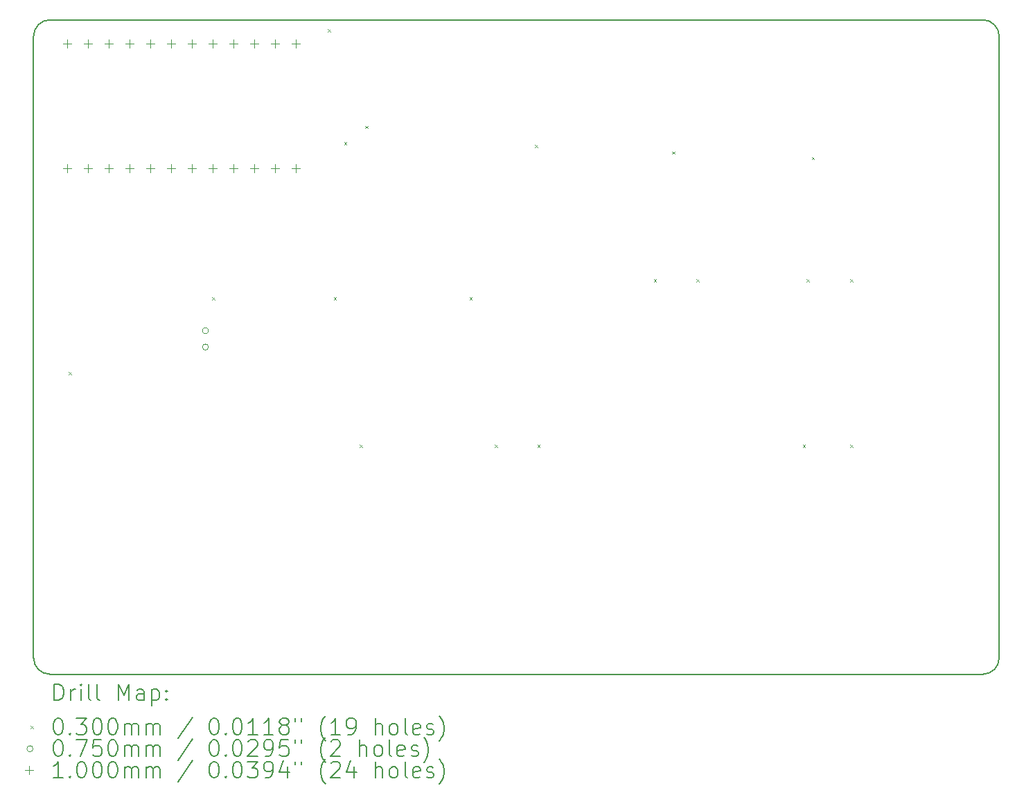
<source format=gbr>
%TF.GenerationSoftware,KiCad,Pcbnew,8.0.6+1*%
%TF.CreationDate,2024-11-11T16:02:32+00:00*%
%TF.ProjectId,not_about_money_autorouted,6e6f745f-6162-46f7-9574-5f6d6f6e6579,v1.0.0*%
%TF.SameCoordinates,Original*%
%TF.FileFunction,Drillmap*%
%TF.FilePolarity,Positive*%
%FSLAX45Y45*%
G04 Gerber Fmt 4.5, Leading zero omitted, Abs format (unit mm)*
G04 Created by KiCad (PCBNEW 8.0.6+1) date 2024-11-11 16:02:32*
%MOMM*%
%LPD*%
G01*
G04 APERTURE LIST*
%ADD10C,0.150000*%
%ADD11C,0.200000*%
%ADD12C,0.100000*%
G04 APERTURE END LIST*
D10*
X20450000Y-11150000D02*
X9050000Y-11150000D01*
X9050000Y-3150000D02*
X20450000Y-3150000D01*
X20650000Y-3350000D02*
X20650000Y-10950000D01*
X20650000Y-10950000D02*
G75*
G02*
X20450000Y-11150000I-200000J0D01*
G01*
X9050000Y-11150000D02*
G75*
G02*
X8850000Y-10950000I0J200000D01*
G01*
X20450000Y-3150000D02*
G75*
G02*
X20650000Y-3350000I0J-200000D01*
G01*
X8850000Y-10950000D02*
X8850000Y-3350000D01*
X8850000Y-3350000D02*
G75*
G02*
X9050000Y-3150000I200000J0D01*
G01*
D11*
D12*
X9278320Y-7455490D02*
X9308320Y-7485490D01*
X9308320Y-7455490D02*
X9278320Y-7485490D01*
X11030000Y-6540880D02*
X11060000Y-6570880D01*
X11060000Y-6540880D02*
X11030000Y-6570880D01*
X12444720Y-3265500D02*
X12474720Y-3295500D01*
X12474720Y-3265500D02*
X12444720Y-3295500D01*
X12518750Y-6540880D02*
X12548750Y-6570880D01*
X12548750Y-6540880D02*
X12518750Y-6570880D01*
X12644290Y-4647170D02*
X12674290Y-4677170D01*
X12674290Y-4647170D02*
X12644290Y-4677170D01*
X12836150Y-8345020D02*
X12866150Y-8375020D01*
X12866150Y-8345020D02*
X12836150Y-8375020D01*
X12902780Y-4446680D02*
X12932780Y-4476680D01*
X12932780Y-4446680D02*
X12902780Y-4476680D01*
X14179120Y-6540880D02*
X14209120Y-6570880D01*
X14209120Y-6540880D02*
X14179120Y-6570880D01*
X14485420Y-8345020D02*
X14515420Y-8375020D01*
X14515420Y-8345020D02*
X14485420Y-8375020D01*
X14976500Y-4679380D02*
X15006500Y-4709380D01*
X15006500Y-4679380D02*
X14976500Y-4709380D01*
X15008500Y-8345020D02*
X15038500Y-8375020D01*
X15038500Y-8345020D02*
X15008500Y-8375020D01*
X16430360Y-6322320D02*
X16460360Y-6352320D01*
X16460360Y-6322320D02*
X16430360Y-6352320D01*
X16655750Y-4758640D02*
X16685750Y-4788640D01*
X16685750Y-4758640D02*
X16655750Y-4788640D01*
X16948110Y-6322320D02*
X16978110Y-6352320D01*
X16978110Y-6322320D02*
X16948110Y-6352320D01*
X18248670Y-8345020D02*
X18278670Y-8375020D01*
X18278670Y-8345020D02*
X18248670Y-8375020D01*
X18295000Y-6321030D02*
X18325000Y-6351030D01*
X18325000Y-6321030D02*
X18295000Y-6351030D01*
X18358490Y-4828900D02*
X18388490Y-4858900D01*
X18388490Y-4828900D02*
X18358490Y-4858900D01*
X18829250Y-6321030D02*
X18859250Y-6351030D01*
X18859250Y-6321030D02*
X18829250Y-6351030D01*
X18829250Y-8345020D02*
X18859250Y-8375020D01*
X18859250Y-8345020D02*
X18829250Y-8375020D01*
X10987500Y-6950000D02*
G75*
G02*
X10912500Y-6950000I-37500J0D01*
G01*
X10912500Y-6950000D02*
G75*
G02*
X10987500Y-6950000I37500J0D01*
G01*
X10987500Y-7150000D02*
G75*
G02*
X10912500Y-7150000I-37500J0D01*
G01*
X10912500Y-7150000D02*
G75*
G02*
X10987500Y-7150000I37500J0D01*
G01*
X9260000Y-3388000D02*
X9260000Y-3488000D01*
X9210000Y-3438000D02*
X9310000Y-3438000D01*
X9260000Y-4912000D02*
X9260000Y-5012000D01*
X9210000Y-4962000D02*
X9310000Y-4962000D01*
X9514000Y-3388000D02*
X9514000Y-3488000D01*
X9464000Y-3438000D02*
X9564000Y-3438000D01*
X9514000Y-4912000D02*
X9514000Y-5012000D01*
X9464000Y-4962000D02*
X9564000Y-4962000D01*
X9768000Y-3388000D02*
X9768000Y-3488000D01*
X9718000Y-3438000D02*
X9818000Y-3438000D01*
X9768000Y-4912000D02*
X9768000Y-5012000D01*
X9718000Y-4962000D02*
X9818000Y-4962000D01*
X10022000Y-3388000D02*
X10022000Y-3488000D01*
X9972000Y-3438000D02*
X10072000Y-3438000D01*
X10022000Y-4912000D02*
X10022000Y-5012000D01*
X9972000Y-4962000D02*
X10072000Y-4962000D01*
X10276000Y-3388000D02*
X10276000Y-3488000D01*
X10226000Y-3438000D02*
X10326000Y-3438000D01*
X10276000Y-4912000D02*
X10276000Y-5012000D01*
X10226000Y-4962000D02*
X10326000Y-4962000D01*
X10530000Y-3388000D02*
X10530000Y-3488000D01*
X10480000Y-3438000D02*
X10580000Y-3438000D01*
X10530000Y-4912000D02*
X10530000Y-5012000D01*
X10480000Y-4962000D02*
X10580000Y-4962000D01*
X10784000Y-3388000D02*
X10784000Y-3488000D01*
X10734000Y-3438000D02*
X10834000Y-3438000D01*
X10784000Y-4912000D02*
X10784000Y-5012000D01*
X10734000Y-4962000D02*
X10834000Y-4962000D01*
X11038000Y-3388000D02*
X11038000Y-3488000D01*
X10988000Y-3438000D02*
X11088000Y-3438000D01*
X11038000Y-4912000D02*
X11038000Y-5012000D01*
X10988000Y-4962000D02*
X11088000Y-4962000D01*
X11292000Y-3388000D02*
X11292000Y-3488000D01*
X11242000Y-3438000D02*
X11342000Y-3438000D01*
X11292000Y-4912000D02*
X11292000Y-5012000D01*
X11242000Y-4962000D02*
X11342000Y-4962000D01*
X11546000Y-3388000D02*
X11546000Y-3488000D01*
X11496000Y-3438000D02*
X11596000Y-3438000D01*
X11546000Y-4912000D02*
X11546000Y-5012000D01*
X11496000Y-4962000D02*
X11596000Y-4962000D01*
X11800000Y-3388000D02*
X11800000Y-3488000D01*
X11750000Y-3438000D02*
X11850000Y-3438000D01*
X11800000Y-4912000D02*
X11800000Y-5012000D01*
X11750000Y-4962000D02*
X11850000Y-4962000D01*
X12054000Y-3388000D02*
X12054000Y-3488000D01*
X12004000Y-3438000D02*
X12104000Y-3438000D01*
X12054000Y-4912000D02*
X12054000Y-5012000D01*
X12004000Y-4962000D02*
X12104000Y-4962000D01*
D11*
X9103277Y-11468984D02*
X9103277Y-11268984D01*
X9103277Y-11268984D02*
X9150896Y-11268984D01*
X9150896Y-11268984D02*
X9179467Y-11278508D01*
X9179467Y-11278508D02*
X9198515Y-11297555D01*
X9198515Y-11297555D02*
X9208039Y-11316603D01*
X9208039Y-11316603D02*
X9217563Y-11354698D01*
X9217563Y-11354698D02*
X9217563Y-11383269D01*
X9217563Y-11383269D02*
X9208039Y-11421365D01*
X9208039Y-11421365D02*
X9198515Y-11440412D01*
X9198515Y-11440412D02*
X9179467Y-11459460D01*
X9179467Y-11459460D02*
X9150896Y-11468984D01*
X9150896Y-11468984D02*
X9103277Y-11468984D01*
X9303277Y-11468984D02*
X9303277Y-11335650D01*
X9303277Y-11373746D02*
X9312801Y-11354698D01*
X9312801Y-11354698D02*
X9322324Y-11345174D01*
X9322324Y-11345174D02*
X9341372Y-11335650D01*
X9341372Y-11335650D02*
X9360420Y-11335650D01*
X9427086Y-11468984D02*
X9427086Y-11335650D01*
X9427086Y-11268984D02*
X9417563Y-11278508D01*
X9417563Y-11278508D02*
X9427086Y-11288031D01*
X9427086Y-11288031D02*
X9436610Y-11278508D01*
X9436610Y-11278508D02*
X9427086Y-11268984D01*
X9427086Y-11268984D02*
X9427086Y-11288031D01*
X9550896Y-11468984D02*
X9531848Y-11459460D01*
X9531848Y-11459460D02*
X9522324Y-11440412D01*
X9522324Y-11440412D02*
X9522324Y-11268984D01*
X9655658Y-11468984D02*
X9636610Y-11459460D01*
X9636610Y-11459460D02*
X9627086Y-11440412D01*
X9627086Y-11440412D02*
X9627086Y-11268984D01*
X9884229Y-11468984D02*
X9884229Y-11268984D01*
X9884229Y-11268984D02*
X9950896Y-11411841D01*
X9950896Y-11411841D02*
X10017563Y-11268984D01*
X10017563Y-11268984D02*
X10017563Y-11468984D01*
X10198515Y-11468984D02*
X10198515Y-11364222D01*
X10198515Y-11364222D02*
X10188991Y-11345174D01*
X10188991Y-11345174D02*
X10169944Y-11335650D01*
X10169944Y-11335650D02*
X10131848Y-11335650D01*
X10131848Y-11335650D02*
X10112801Y-11345174D01*
X10198515Y-11459460D02*
X10179467Y-11468984D01*
X10179467Y-11468984D02*
X10131848Y-11468984D01*
X10131848Y-11468984D02*
X10112801Y-11459460D01*
X10112801Y-11459460D02*
X10103277Y-11440412D01*
X10103277Y-11440412D02*
X10103277Y-11421365D01*
X10103277Y-11421365D02*
X10112801Y-11402317D01*
X10112801Y-11402317D02*
X10131848Y-11392793D01*
X10131848Y-11392793D02*
X10179467Y-11392793D01*
X10179467Y-11392793D02*
X10198515Y-11383269D01*
X10293753Y-11335650D02*
X10293753Y-11535650D01*
X10293753Y-11345174D02*
X10312801Y-11335650D01*
X10312801Y-11335650D02*
X10350896Y-11335650D01*
X10350896Y-11335650D02*
X10369944Y-11345174D01*
X10369944Y-11345174D02*
X10379467Y-11354698D01*
X10379467Y-11354698D02*
X10388991Y-11373746D01*
X10388991Y-11373746D02*
X10388991Y-11430888D01*
X10388991Y-11430888D02*
X10379467Y-11449936D01*
X10379467Y-11449936D02*
X10369944Y-11459460D01*
X10369944Y-11459460D02*
X10350896Y-11468984D01*
X10350896Y-11468984D02*
X10312801Y-11468984D01*
X10312801Y-11468984D02*
X10293753Y-11459460D01*
X10474705Y-11449936D02*
X10484229Y-11459460D01*
X10484229Y-11459460D02*
X10474705Y-11468984D01*
X10474705Y-11468984D02*
X10465182Y-11459460D01*
X10465182Y-11459460D02*
X10474705Y-11449936D01*
X10474705Y-11449936D02*
X10474705Y-11468984D01*
X10474705Y-11345174D02*
X10484229Y-11354698D01*
X10484229Y-11354698D02*
X10474705Y-11364222D01*
X10474705Y-11364222D02*
X10465182Y-11354698D01*
X10465182Y-11354698D02*
X10474705Y-11345174D01*
X10474705Y-11345174D02*
X10474705Y-11364222D01*
D12*
X8812500Y-11782500D02*
X8842500Y-11812500D01*
X8842500Y-11782500D02*
X8812500Y-11812500D01*
D11*
X9141372Y-11688984D02*
X9160420Y-11688984D01*
X9160420Y-11688984D02*
X9179467Y-11698508D01*
X9179467Y-11698508D02*
X9188991Y-11708031D01*
X9188991Y-11708031D02*
X9198515Y-11727079D01*
X9198515Y-11727079D02*
X9208039Y-11765174D01*
X9208039Y-11765174D02*
X9208039Y-11812793D01*
X9208039Y-11812793D02*
X9198515Y-11850888D01*
X9198515Y-11850888D02*
X9188991Y-11869936D01*
X9188991Y-11869936D02*
X9179467Y-11879460D01*
X9179467Y-11879460D02*
X9160420Y-11888984D01*
X9160420Y-11888984D02*
X9141372Y-11888984D01*
X9141372Y-11888984D02*
X9122324Y-11879460D01*
X9122324Y-11879460D02*
X9112801Y-11869936D01*
X9112801Y-11869936D02*
X9103277Y-11850888D01*
X9103277Y-11850888D02*
X9093753Y-11812793D01*
X9093753Y-11812793D02*
X9093753Y-11765174D01*
X9093753Y-11765174D02*
X9103277Y-11727079D01*
X9103277Y-11727079D02*
X9112801Y-11708031D01*
X9112801Y-11708031D02*
X9122324Y-11698508D01*
X9122324Y-11698508D02*
X9141372Y-11688984D01*
X9293753Y-11869936D02*
X9303277Y-11879460D01*
X9303277Y-11879460D02*
X9293753Y-11888984D01*
X9293753Y-11888984D02*
X9284229Y-11879460D01*
X9284229Y-11879460D02*
X9293753Y-11869936D01*
X9293753Y-11869936D02*
X9293753Y-11888984D01*
X9369944Y-11688984D02*
X9493753Y-11688984D01*
X9493753Y-11688984D02*
X9427086Y-11765174D01*
X9427086Y-11765174D02*
X9455658Y-11765174D01*
X9455658Y-11765174D02*
X9474705Y-11774698D01*
X9474705Y-11774698D02*
X9484229Y-11784222D01*
X9484229Y-11784222D02*
X9493753Y-11803269D01*
X9493753Y-11803269D02*
X9493753Y-11850888D01*
X9493753Y-11850888D02*
X9484229Y-11869936D01*
X9484229Y-11869936D02*
X9474705Y-11879460D01*
X9474705Y-11879460D02*
X9455658Y-11888984D01*
X9455658Y-11888984D02*
X9398515Y-11888984D01*
X9398515Y-11888984D02*
X9379467Y-11879460D01*
X9379467Y-11879460D02*
X9369944Y-11869936D01*
X9617563Y-11688984D02*
X9636610Y-11688984D01*
X9636610Y-11688984D02*
X9655658Y-11698508D01*
X9655658Y-11698508D02*
X9665182Y-11708031D01*
X9665182Y-11708031D02*
X9674705Y-11727079D01*
X9674705Y-11727079D02*
X9684229Y-11765174D01*
X9684229Y-11765174D02*
X9684229Y-11812793D01*
X9684229Y-11812793D02*
X9674705Y-11850888D01*
X9674705Y-11850888D02*
X9665182Y-11869936D01*
X9665182Y-11869936D02*
X9655658Y-11879460D01*
X9655658Y-11879460D02*
X9636610Y-11888984D01*
X9636610Y-11888984D02*
X9617563Y-11888984D01*
X9617563Y-11888984D02*
X9598515Y-11879460D01*
X9598515Y-11879460D02*
X9588991Y-11869936D01*
X9588991Y-11869936D02*
X9579467Y-11850888D01*
X9579467Y-11850888D02*
X9569944Y-11812793D01*
X9569944Y-11812793D02*
X9569944Y-11765174D01*
X9569944Y-11765174D02*
X9579467Y-11727079D01*
X9579467Y-11727079D02*
X9588991Y-11708031D01*
X9588991Y-11708031D02*
X9598515Y-11698508D01*
X9598515Y-11698508D02*
X9617563Y-11688984D01*
X9808039Y-11688984D02*
X9827086Y-11688984D01*
X9827086Y-11688984D02*
X9846134Y-11698508D01*
X9846134Y-11698508D02*
X9855658Y-11708031D01*
X9855658Y-11708031D02*
X9865182Y-11727079D01*
X9865182Y-11727079D02*
X9874705Y-11765174D01*
X9874705Y-11765174D02*
X9874705Y-11812793D01*
X9874705Y-11812793D02*
X9865182Y-11850888D01*
X9865182Y-11850888D02*
X9855658Y-11869936D01*
X9855658Y-11869936D02*
X9846134Y-11879460D01*
X9846134Y-11879460D02*
X9827086Y-11888984D01*
X9827086Y-11888984D02*
X9808039Y-11888984D01*
X9808039Y-11888984D02*
X9788991Y-11879460D01*
X9788991Y-11879460D02*
X9779467Y-11869936D01*
X9779467Y-11869936D02*
X9769944Y-11850888D01*
X9769944Y-11850888D02*
X9760420Y-11812793D01*
X9760420Y-11812793D02*
X9760420Y-11765174D01*
X9760420Y-11765174D02*
X9769944Y-11727079D01*
X9769944Y-11727079D02*
X9779467Y-11708031D01*
X9779467Y-11708031D02*
X9788991Y-11698508D01*
X9788991Y-11698508D02*
X9808039Y-11688984D01*
X9960420Y-11888984D02*
X9960420Y-11755650D01*
X9960420Y-11774698D02*
X9969944Y-11765174D01*
X9969944Y-11765174D02*
X9988991Y-11755650D01*
X9988991Y-11755650D02*
X10017563Y-11755650D01*
X10017563Y-11755650D02*
X10036610Y-11765174D01*
X10036610Y-11765174D02*
X10046134Y-11784222D01*
X10046134Y-11784222D02*
X10046134Y-11888984D01*
X10046134Y-11784222D02*
X10055658Y-11765174D01*
X10055658Y-11765174D02*
X10074705Y-11755650D01*
X10074705Y-11755650D02*
X10103277Y-11755650D01*
X10103277Y-11755650D02*
X10122325Y-11765174D01*
X10122325Y-11765174D02*
X10131848Y-11784222D01*
X10131848Y-11784222D02*
X10131848Y-11888984D01*
X10227086Y-11888984D02*
X10227086Y-11755650D01*
X10227086Y-11774698D02*
X10236610Y-11765174D01*
X10236610Y-11765174D02*
X10255658Y-11755650D01*
X10255658Y-11755650D02*
X10284229Y-11755650D01*
X10284229Y-11755650D02*
X10303277Y-11765174D01*
X10303277Y-11765174D02*
X10312801Y-11784222D01*
X10312801Y-11784222D02*
X10312801Y-11888984D01*
X10312801Y-11784222D02*
X10322325Y-11765174D01*
X10322325Y-11765174D02*
X10341372Y-11755650D01*
X10341372Y-11755650D02*
X10369944Y-11755650D01*
X10369944Y-11755650D02*
X10388991Y-11765174D01*
X10388991Y-11765174D02*
X10398515Y-11784222D01*
X10398515Y-11784222D02*
X10398515Y-11888984D01*
X10788991Y-11679460D02*
X10617563Y-11936603D01*
X11046134Y-11688984D02*
X11065182Y-11688984D01*
X11065182Y-11688984D02*
X11084229Y-11698508D01*
X11084229Y-11698508D02*
X11093753Y-11708031D01*
X11093753Y-11708031D02*
X11103277Y-11727079D01*
X11103277Y-11727079D02*
X11112801Y-11765174D01*
X11112801Y-11765174D02*
X11112801Y-11812793D01*
X11112801Y-11812793D02*
X11103277Y-11850888D01*
X11103277Y-11850888D02*
X11093753Y-11869936D01*
X11093753Y-11869936D02*
X11084229Y-11879460D01*
X11084229Y-11879460D02*
X11065182Y-11888984D01*
X11065182Y-11888984D02*
X11046134Y-11888984D01*
X11046134Y-11888984D02*
X11027087Y-11879460D01*
X11027087Y-11879460D02*
X11017563Y-11869936D01*
X11017563Y-11869936D02*
X11008039Y-11850888D01*
X11008039Y-11850888D02*
X10998515Y-11812793D01*
X10998515Y-11812793D02*
X10998515Y-11765174D01*
X10998515Y-11765174D02*
X11008039Y-11727079D01*
X11008039Y-11727079D02*
X11017563Y-11708031D01*
X11017563Y-11708031D02*
X11027087Y-11698508D01*
X11027087Y-11698508D02*
X11046134Y-11688984D01*
X11198515Y-11869936D02*
X11208039Y-11879460D01*
X11208039Y-11879460D02*
X11198515Y-11888984D01*
X11198515Y-11888984D02*
X11188991Y-11879460D01*
X11188991Y-11879460D02*
X11198515Y-11869936D01*
X11198515Y-11869936D02*
X11198515Y-11888984D01*
X11331848Y-11688984D02*
X11350896Y-11688984D01*
X11350896Y-11688984D02*
X11369944Y-11698508D01*
X11369944Y-11698508D02*
X11379467Y-11708031D01*
X11379467Y-11708031D02*
X11388991Y-11727079D01*
X11388991Y-11727079D02*
X11398515Y-11765174D01*
X11398515Y-11765174D02*
X11398515Y-11812793D01*
X11398515Y-11812793D02*
X11388991Y-11850888D01*
X11388991Y-11850888D02*
X11379467Y-11869936D01*
X11379467Y-11869936D02*
X11369944Y-11879460D01*
X11369944Y-11879460D02*
X11350896Y-11888984D01*
X11350896Y-11888984D02*
X11331848Y-11888984D01*
X11331848Y-11888984D02*
X11312801Y-11879460D01*
X11312801Y-11879460D02*
X11303277Y-11869936D01*
X11303277Y-11869936D02*
X11293753Y-11850888D01*
X11293753Y-11850888D02*
X11284229Y-11812793D01*
X11284229Y-11812793D02*
X11284229Y-11765174D01*
X11284229Y-11765174D02*
X11293753Y-11727079D01*
X11293753Y-11727079D02*
X11303277Y-11708031D01*
X11303277Y-11708031D02*
X11312801Y-11698508D01*
X11312801Y-11698508D02*
X11331848Y-11688984D01*
X11588991Y-11888984D02*
X11474706Y-11888984D01*
X11531848Y-11888984D02*
X11531848Y-11688984D01*
X11531848Y-11688984D02*
X11512801Y-11717555D01*
X11512801Y-11717555D02*
X11493753Y-11736603D01*
X11493753Y-11736603D02*
X11474706Y-11746127D01*
X11779467Y-11888984D02*
X11665182Y-11888984D01*
X11722325Y-11888984D02*
X11722325Y-11688984D01*
X11722325Y-11688984D02*
X11703277Y-11717555D01*
X11703277Y-11717555D02*
X11684229Y-11736603D01*
X11684229Y-11736603D02*
X11665182Y-11746127D01*
X11893753Y-11774698D02*
X11874706Y-11765174D01*
X11874706Y-11765174D02*
X11865182Y-11755650D01*
X11865182Y-11755650D02*
X11855658Y-11736603D01*
X11855658Y-11736603D02*
X11855658Y-11727079D01*
X11855658Y-11727079D02*
X11865182Y-11708031D01*
X11865182Y-11708031D02*
X11874706Y-11698508D01*
X11874706Y-11698508D02*
X11893753Y-11688984D01*
X11893753Y-11688984D02*
X11931848Y-11688984D01*
X11931848Y-11688984D02*
X11950896Y-11698508D01*
X11950896Y-11698508D02*
X11960420Y-11708031D01*
X11960420Y-11708031D02*
X11969944Y-11727079D01*
X11969944Y-11727079D02*
X11969944Y-11736603D01*
X11969944Y-11736603D02*
X11960420Y-11755650D01*
X11960420Y-11755650D02*
X11950896Y-11765174D01*
X11950896Y-11765174D02*
X11931848Y-11774698D01*
X11931848Y-11774698D02*
X11893753Y-11774698D01*
X11893753Y-11774698D02*
X11874706Y-11784222D01*
X11874706Y-11784222D02*
X11865182Y-11793746D01*
X11865182Y-11793746D02*
X11855658Y-11812793D01*
X11855658Y-11812793D02*
X11855658Y-11850888D01*
X11855658Y-11850888D02*
X11865182Y-11869936D01*
X11865182Y-11869936D02*
X11874706Y-11879460D01*
X11874706Y-11879460D02*
X11893753Y-11888984D01*
X11893753Y-11888984D02*
X11931848Y-11888984D01*
X11931848Y-11888984D02*
X11950896Y-11879460D01*
X11950896Y-11879460D02*
X11960420Y-11869936D01*
X11960420Y-11869936D02*
X11969944Y-11850888D01*
X11969944Y-11850888D02*
X11969944Y-11812793D01*
X11969944Y-11812793D02*
X11960420Y-11793746D01*
X11960420Y-11793746D02*
X11950896Y-11784222D01*
X11950896Y-11784222D02*
X11931848Y-11774698D01*
X12046134Y-11688984D02*
X12046134Y-11727079D01*
X12122325Y-11688984D02*
X12122325Y-11727079D01*
X12417563Y-11965174D02*
X12408039Y-11955650D01*
X12408039Y-11955650D02*
X12388991Y-11927079D01*
X12388991Y-11927079D02*
X12379468Y-11908031D01*
X12379468Y-11908031D02*
X12369944Y-11879460D01*
X12369944Y-11879460D02*
X12360420Y-11831841D01*
X12360420Y-11831841D02*
X12360420Y-11793746D01*
X12360420Y-11793746D02*
X12369944Y-11746127D01*
X12369944Y-11746127D02*
X12379468Y-11717555D01*
X12379468Y-11717555D02*
X12388991Y-11698508D01*
X12388991Y-11698508D02*
X12408039Y-11669936D01*
X12408039Y-11669936D02*
X12417563Y-11660412D01*
X12598515Y-11888984D02*
X12484229Y-11888984D01*
X12541372Y-11888984D02*
X12541372Y-11688984D01*
X12541372Y-11688984D02*
X12522325Y-11717555D01*
X12522325Y-11717555D02*
X12503277Y-11736603D01*
X12503277Y-11736603D02*
X12484229Y-11746127D01*
X12693753Y-11888984D02*
X12731848Y-11888984D01*
X12731848Y-11888984D02*
X12750896Y-11879460D01*
X12750896Y-11879460D02*
X12760420Y-11869936D01*
X12760420Y-11869936D02*
X12779468Y-11841365D01*
X12779468Y-11841365D02*
X12788991Y-11803269D01*
X12788991Y-11803269D02*
X12788991Y-11727079D01*
X12788991Y-11727079D02*
X12779468Y-11708031D01*
X12779468Y-11708031D02*
X12769944Y-11698508D01*
X12769944Y-11698508D02*
X12750896Y-11688984D01*
X12750896Y-11688984D02*
X12712801Y-11688984D01*
X12712801Y-11688984D02*
X12693753Y-11698508D01*
X12693753Y-11698508D02*
X12684229Y-11708031D01*
X12684229Y-11708031D02*
X12674706Y-11727079D01*
X12674706Y-11727079D02*
X12674706Y-11774698D01*
X12674706Y-11774698D02*
X12684229Y-11793746D01*
X12684229Y-11793746D02*
X12693753Y-11803269D01*
X12693753Y-11803269D02*
X12712801Y-11812793D01*
X12712801Y-11812793D02*
X12750896Y-11812793D01*
X12750896Y-11812793D02*
X12769944Y-11803269D01*
X12769944Y-11803269D02*
X12779468Y-11793746D01*
X12779468Y-11793746D02*
X12788991Y-11774698D01*
X13027087Y-11888984D02*
X13027087Y-11688984D01*
X13112801Y-11888984D02*
X13112801Y-11784222D01*
X13112801Y-11784222D02*
X13103277Y-11765174D01*
X13103277Y-11765174D02*
X13084230Y-11755650D01*
X13084230Y-11755650D02*
X13055658Y-11755650D01*
X13055658Y-11755650D02*
X13036610Y-11765174D01*
X13036610Y-11765174D02*
X13027087Y-11774698D01*
X13236610Y-11888984D02*
X13217563Y-11879460D01*
X13217563Y-11879460D02*
X13208039Y-11869936D01*
X13208039Y-11869936D02*
X13198515Y-11850888D01*
X13198515Y-11850888D02*
X13198515Y-11793746D01*
X13198515Y-11793746D02*
X13208039Y-11774698D01*
X13208039Y-11774698D02*
X13217563Y-11765174D01*
X13217563Y-11765174D02*
X13236610Y-11755650D01*
X13236610Y-11755650D02*
X13265182Y-11755650D01*
X13265182Y-11755650D02*
X13284230Y-11765174D01*
X13284230Y-11765174D02*
X13293753Y-11774698D01*
X13293753Y-11774698D02*
X13303277Y-11793746D01*
X13303277Y-11793746D02*
X13303277Y-11850888D01*
X13303277Y-11850888D02*
X13293753Y-11869936D01*
X13293753Y-11869936D02*
X13284230Y-11879460D01*
X13284230Y-11879460D02*
X13265182Y-11888984D01*
X13265182Y-11888984D02*
X13236610Y-11888984D01*
X13417563Y-11888984D02*
X13398515Y-11879460D01*
X13398515Y-11879460D02*
X13388991Y-11860412D01*
X13388991Y-11860412D02*
X13388991Y-11688984D01*
X13569944Y-11879460D02*
X13550896Y-11888984D01*
X13550896Y-11888984D02*
X13512801Y-11888984D01*
X13512801Y-11888984D02*
X13493753Y-11879460D01*
X13493753Y-11879460D02*
X13484230Y-11860412D01*
X13484230Y-11860412D02*
X13484230Y-11784222D01*
X13484230Y-11784222D02*
X13493753Y-11765174D01*
X13493753Y-11765174D02*
X13512801Y-11755650D01*
X13512801Y-11755650D02*
X13550896Y-11755650D01*
X13550896Y-11755650D02*
X13569944Y-11765174D01*
X13569944Y-11765174D02*
X13579468Y-11784222D01*
X13579468Y-11784222D02*
X13579468Y-11803269D01*
X13579468Y-11803269D02*
X13484230Y-11822317D01*
X13655658Y-11879460D02*
X13674706Y-11888984D01*
X13674706Y-11888984D02*
X13712801Y-11888984D01*
X13712801Y-11888984D02*
X13731849Y-11879460D01*
X13731849Y-11879460D02*
X13741372Y-11860412D01*
X13741372Y-11860412D02*
X13741372Y-11850888D01*
X13741372Y-11850888D02*
X13731849Y-11831841D01*
X13731849Y-11831841D02*
X13712801Y-11822317D01*
X13712801Y-11822317D02*
X13684230Y-11822317D01*
X13684230Y-11822317D02*
X13665182Y-11812793D01*
X13665182Y-11812793D02*
X13655658Y-11793746D01*
X13655658Y-11793746D02*
X13655658Y-11784222D01*
X13655658Y-11784222D02*
X13665182Y-11765174D01*
X13665182Y-11765174D02*
X13684230Y-11755650D01*
X13684230Y-11755650D02*
X13712801Y-11755650D01*
X13712801Y-11755650D02*
X13731849Y-11765174D01*
X13808039Y-11965174D02*
X13817563Y-11955650D01*
X13817563Y-11955650D02*
X13836611Y-11927079D01*
X13836611Y-11927079D02*
X13846134Y-11908031D01*
X13846134Y-11908031D02*
X13855658Y-11879460D01*
X13855658Y-11879460D02*
X13865182Y-11831841D01*
X13865182Y-11831841D02*
X13865182Y-11793746D01*
X13865182Y-11793746D02*
X13855658Y-11746127D01*
X13855658Y-11746127D02*
X13846134Y-11717555D01*
X13846134Y-11717555D02*
X13836611Y-11698508D01*
X13836611Y-11698508D02*
X13817563Y-11669936D01*
X13817563Y-11669936D02*
X13808039Y-11660412D01*
D12*
X8842500Y-12061500D02*
G75*
G02*
X8767500Y-12061500I-37500J0D01*
G01*
X8767500Y-12061500D02*
G75*
G02*
X8842500Y-12061500I37500J0D01*
G01*
D11*
X9141372Y-11952984D02*
X9160420Y-11952984D01*
X9160420Y-11952984D02*
X9179467Y-11962508D01*
X9179467Y-11962508D02*
X9188991Y-11972031D01*
X9188991Y-11972031D02*
X9198515Y-11991079D01*
X9198515Y-11991079D02*
X9208039Y-12029174D01*
X9208039Y-12029174D02*
X9208039Y-12076793D01*
X9208039Y-12076793D02*
X9198515Y-12114888D01*
X9198515Y-12114888D02*
X9188991Y-12133936D01*
X9188991Y-12133936D02*
X9179467Y-12143460D01*
X9179467Y-12143460D02*
X9160420Y-12152984D01*
X9160420Y-12152984D02*
X9141372Y-12152984D01*
X9141372Y-12152984D02*
X9122324Y-12143460D01*
X9122324Y-12143460D02*
X9112801Y-12133936D01*
X9112801Y-12133936D02*
X9103277Y-12114888D01*
X9103277Y-12114888D02*
X9093753Y-12076793D01*
X9093753Y-12076793D02*
X9093753Y-12029174D01*
X9093753Y-12029174D02*
X9103277Y-11991079D01*
X9103277Y-11991079D02*
X9112801Y-11972031D01*
X9112801Y-11972031D02*
X9122324Y-11962508D01*
X9122324Y-11962508D02*
X9141372Y-11952984D01*
X9293753Y-12133936D02*
X9303277Y-12143460D01*
X9303277Y-12143460D02*
X9293753Y-12152984D01*
X9293753Y-12152984D02*
X9284229Y-12143460D01*
X9284229Y-12143460D02*
X9293753Y-12133936D01*
X9293753Y-12133936D02*
X9293753Y-12152984D01*
X9369944Y-11952984D02*
X9503277Y-11952984D01*
X9503277Y-11952984D02*
X9417563Y-12152984D01*
X9674705Y-11952984D02*
X9579467Y-11952984D01*
X9579467Y-11952984D02*
X9569944Y-12048222D01*
X9569944Y-12048222D02*
X9579467Y-12038698D01*
X9579467Y-12038698D02*
X9598515Y-12029174D01*
X9598515Y-12029174D02*
X9646134Y-12029174D01*
X9646134Y-12029174D02*
X9665182Y-12038698D01*
X9665182Y-12038698D02*
X9674705Y-12048222D01*
X9674705Y-12048222D02*
X9684229Y-12067269D01*
X9684229Y-12067269D02*
X9684229Y-12114888D01*
X9684229Y-12114888D02*
X9674705Y-12133936D01*
X9674705Y-12133936D02*
X9665182Y-12143460D01*
X9665182Y-12143460D02*
X9646134Y-12152984D01*
X9646134Y-12152984D02*
X9598515Y-12152984D01*
X9598515Y-12152984D02*
X9579467Y-12143460D01*
X9579467Y-12143460D02*
X9569944Y-12133936D01*
X9808039Y-11952984D02*
X9827086Y-11952984D01*
X9827086Y-11952984D02*
X9846134Y-11962508D01*
X9846134Y-11962508D02*
X9855658Y-11972031D01*
X9855658Y-11972031D02*
X9865182Y-11991079D01*
X9865182Y-11991079D02*
X9874705Y-12029174D01*
X9874705Y-12029174D02*
X9874705Y-12076793D01*
X9874705Y-12076793D02*
X9865182Y-12114888D01*
X9865182Y-12114888D02*
X9855658Y-12133936D01*
X9855658Y-12133936D02*
X9846134Y-12143460D01*
X9846134Y-12143460D02*
X9827086Y-12152984D01*
X9827086Y-12152984D02*
X9808039Y-12152984D01*
X9808039Y-12152984D02*
X9788991Y-12143460D01*
X9788991Y-12143460D02*
X9779467Y-12133936D01*
X9779467Y-12133936D02*
X9769944Y-12114888D01*
X9769944Y-12114888D02*
X9760420Y-12076793D01*
X9760420Y-12076793D02*
X9760420Y-12029174D01*
X9760420Y-12029174D02*
X9769944Y-11991079D01*
X9769944Y-11991079D02*
X9779467Y-11972031D01*
X9779467Y-11972031D02*
X9788991Y-11962508D01*
X9788991Y-11962508D02*
X9808039Y-11952984D01*
X9960420Y-12152984D02*
X9960420Y-12019650D01*
X9960420Y-12038698D02*
X9969944Y-12029174D01*
X9969944Y-12029174D02*
X9988991Y-12019650D01*
X9988991Y-12019650D02*
X10017563Y-12019650D01*
X10017563Y-12019650D02*
X10036610Y-12029174D01*
X10036610Y-12029174D02*
X10046134Y-12048222D01*
X10046134Y-12048222D02*
X10046134Y-12152984D01*
X10046134Y-12048222D02*
X10055658Y-12029174D01*
X10055658Y-12029174D02*
X10074705Y-12019650D01*
X10074705Y-12019650D02*
X10103277Y-12019650D01*
X10103277Y-12019650D02*
X10122325Y-12029174D01*
X10122325Y-12029174D02*
X10131848Y-12048222D01*
X10131848Y-12048222D02*
X10131848Y-12152984D01*
X10227086Y-12152984D02*
X10227086Y-12019650D01*
X10227086Y-12038698D02*
X10236610Y-12029174D01*
X10236610Y-12029174D02*
X10255658Y-12019650D01*
X10255658Y-12019650D02*
X10284229Y-12019650D01*
X10284229Y-12019650D02*
X10303277Y-12029174D01*
X10303277Y-12029174D02*
X10312801Y-12048222D01*
X10312801Y-12048222D02*
X10312801Y-12152984D01*
X10312801Y-12048222D02*
X10322325Y-12029174D01*
X10322325Y-12029174D02*
X10341372Y-12019650D01*
X10341372Y-12019650D02*
X10369944Y-12019650D01*
X10369944Y-12019650D02*
X10388991Y-12029174D01*
X10388991Y-12029174D02*
X10398515Y-12048222D01*
X10398515Y-12048222D02*
X10398515Y-12152984D01*
X10788991Y-11943460D02*
X10617563Y-12200603D01*
X11046134Y-11952984D02*
X11065182Y-11952984D01*
X11065182Y-11952984D02*
X11084229Y-11962508D01*
X11084229Y-11962508D02*
X11093753Y-11972031D01*
X11093753Y-11972031D02*
X11103277Y-11991079D01*
X11103277Y-11991079D02*
X11112801Y-12029174D01*
X11112801Y-12029174D02*
X11112801Y-12076793D01*
X11112801Y-12076793D02*
X11103277Y-12114888D01*
X11103277Y-12114888D02*
X11093753Y-12133936D01*
X11093753Y-12133936D02*
X11084229Y-12143460D01*
X11084229Y-12143460D02*
X11065182Y-12152984D01*
X11065182Y-12152984D02*
X11046134Y-12152984D01*
X11046134Y-12152984D02*
X11027087Y-12143460D01*
X11027087Y-12143460D02*
X11017563Y-12133936D01*
X11017563Y-12133936D02*
X11008039Y-12114888D01*
X11008039Y-12114888D02*
X10998515Y-12076793D01*
X10998515Y-12076793D02*
X10998515Y-12029174D01*
X10998515Y-12029174D02*
X11008039Y-11991079D01*
X11008039Y-11991079D02*
X11017563Y-11972031D01*
X11017563Y-11972031D02*
X11027087Y-11962508D01*
X11027087Y-11962508D02*
X11046134Y-11952984D01*
X11198515Y-12133936D02*
X11208039Y-12143460D01*
X11208039Y-12143460D02*
X11198515Y-12152984D01*
X11198515Y-12152984D02*
X11188991Y-12143460D01*
X11188991Y-12143460D02*
X11198515Y-12133936D01*
X11198515Y-12133936D02*
X11198515Y-12152984D01*
X11331848Y-11952984D02*
X11350896Y-11952984D01*
X11350896Y-11952984D02*
X11369944Y-11962508D01*
X11369944Y-11962508D02*
X11379467Y-11972031D01*
X11379467Y-11972031D02*
X11388991Y-11991079D01*
X11388991Y-11991079D02*
X11398515Y-12029174D01*
X11398515Y-12029174D02*
X11398515Y-12076793D01*
X11398515Y-12076793D02*
X11388991Y-12114888D01*
X11388991Y-12114888D02*
X11379467Y-12133936D01*
X11379467Y-12133936D02*
X11369944Y-12143460D01*
X11369944Y-12143460D02*
X11350896Y-12152984D01*
X11350896Y-12152984D02*
X11331848Y-12152984D01*
X11331848Y-12152984D02*
X11312801Y-12143460D01*
X11312801Y-12143460D02*
X11303277Y-12133936D01*
X11303277Y-12133936D02*
X11293753Y-12114888D01*
X11293753Y-12114888D02*
X11284229Y-12076793D01*
X11284229Y-12076793D02*
X11284229Y-12029174D01*
X11284229Y-12029174D02*
X11293753Y-11991079D01*
X11293753Y-11991079D02*
X11303277Y-11972031D01*
X11303277Y-11972031D02*
X11312801Y-11962508D01*
X11312801Y-11962508D02*
X11331848Y-11952984D01*
X11474706Y-11972031D02*
X11484229Y-11962508D01*
X11484229Y-11962508D02*
X11503277Y-11952984D01*
X11503277Y-11952984D02*
X11550896Y-11952984D01*
X11550896Y-11952984D02*
X11569944Y-11962508D01*
X11569944Y-11962508D02*
X11579467Y-11972031D01*
X11579467Y-11972031D02*
X11588991Y-11991079D01*
X11588991Y-11991079D02*
X11588991Y-12010127D01*
X11588991Y-12010127D02*
X11579467Y-12038698D01*
X11579467Y-12038698D02*
X11465182Y-12152984D01*
X11465182Y-12152984D02*
X11588991Y-12152984D01*
X11684229Y-12152984D02*
X11722325Y-12152984D01*
X11722325Y-12152984D02*
X11741372Y-12143460D01*
X11741372Y-12143460D02*
X11750896Y-12133936D01*
X11750896Y-12133936D02*
X11769944Y-12105365D01*
X11769944Y-12105365D02*
X11779467Y-12067269D01*
X11779467Y-12067269D02*
X11779467Y-11991079D01*
X11779467Y-11991079D02*
X11769944Y-11972031D01*
X11769944Y-11972031D02*
X11760420Y-11962508D01*
X11760420Y-11962508D02*
X11741372Y-11952984D01*
X11741372Y-11952984D02*
X11703277Y-11952984D01*
X11703277Y-11952984D02*
X11684229Y-11962508D01*
X11684229Y-11962508D02*
X11674706Y-11972031D01*
X11674706Y-11972031D02*
X11665182Y-11991079D01*
X11665182Y-11991079D02*
X11665182Y-12038698D01*
X11665182Y-12038698D02*
X11674706Y-12057746D01*
X11674706Y-12057746D02*
X11684229Y-12067269D01*
X11684229Y-12067269D02*
X11703277Y-12076793D01*
X11703277Y-12076793D02*
X11741372Y-12076793D01*
X11741372Y-12076793D02*
X11760420Y-12067269D01*
X11760420Y-12067269D02*
X11769944Y-12057746D01*
X11769944Y-12057746D02*
X11779467Y-12038698D01*
X11960420Y-11952984D02*
X11865182Y-11952984D01*
X11865182Y-11952984D02*
X11855658Y-12048222D01*
X11855658Y-12048222D02*
X11865182Y-12038698D01*
X11865182Y-12038698D02*
X11884229Y-12029174D01*
X11884229Y-12029174D02*
X11931848Y-12029174D01*
X11931848Y-12029174D02*
X11950896Y-12038698D01*
X11950896Y-12038698D02*
X11960420Y-12048222D01*
X11960420Y-12048222D02*
X11969944Y-12067269D01*
X11969944Y-12067269D02*
X11969944Y-12114888D01*
X11969944Y-12114888D02*
X11960420Y-12133936D01*
X11960420Y-12133936D02*
X11950896Y-12143460D01*
X11950896Y-12143460D02*
X11931848Y-12152984D01*
X11931848Y-12152984D02*
X11884229Y-12152984D01*
X11884229Y-12152984D02*
X11865182Y-12143460D01*
X11865182Y-12143460D02*
X11855658Y-12133936D01*
X12046134Y-11952984D02*
X12046134Y-11991079D01*
X12122325Y-11952984D02*
X12122325Y-11991079D01*
X12417563Y-12229174D02*
X12408039Y-12219650D01*
X12408039Y-12219650D02*
X12388991Y-12191079D01*
X12388991Y-12191079D02*
X12379468Y-12172031D01*
X12379468Y-12172031D02*
X12369944Y-12143460D01*
X12369944Y-12143460D02*
X12360420Y-12095841D01*
X12360420Y-12095841D02*
X12360420Y-12057746D01*
X12360420Y-12057746D02*
X12369944Y-12010127D01*
X12369944Y-12010127D02*
X12379468Y-11981555D01*
X12379468Y-11981555D02*
X12388991Y-11962508D01*
X12388991Y-11962508D02*
X12408039Y-11933936D01*
X12408039Y-11933936D02*
X12417563Y-11924412D01*
X12484229Y-11972031D02*
X12493753Y-11962508D01*
X12493753Y-11962508D02*
X12512801Y-11952984D01*
X12512801Y-11952984D02*
X12560420Y-11952984D01*
X12560420Y-11952984D02*
X12579468Y-11962508D01*
X12579468Y-11962508D02*
X12588991Y-11972031D01*
X12588991Y-11972031D02*
X12598515Y-11991079D01*
X12598515Y-11991079D02*
X12598515Y-12010127D01*
X12598515Y-12010127D02*
X12588991Y-12038698D01*
X12588991Y-12038698D02*
X12474706Y-12152984D01*
X12474706Y-12152984D02*
X12598515Y-12152984D01*
X12836610Y-12152984D02*
X12836610Y-11952984D01*
X12922325Y-12152984D02*
X12922325Y-12048222D01*
X12922325Y-12048222D02*
X12912801Y-12029174D01*
X12912801Y-12029174D02*
X12893753Y-12019650D01*
X12893753Y-12019650D02*
X12865182Y-12019650D01*
X12865182Y-12019650D02*
X12846134Y-12029174D01*
X12846134Y-12029174D02*
X12836610Y-12038698D01*
X13046134Y-12152984D02*
X13027087Y-12143460D01*
X13027087Y-12143460D02*
X13017563Y-12133936D01*
X13017563Y-12133936D02*
X13008039Y-12114888D01*
X13008039Y-12114888D02*
X13008039Y-12057746D01*
X13008039Y-12057746D02*
X13017563Y-12038698D01*
X13017563Y-12038698D02*
X13027087Y-12029174D01*
X13027087Y-12029174D02*
X13046134Y-12019650D01*
X13046134Y-12019650D02*
X13074706Y-12019650D01*
X13074706Y-12019650D02*
X13093753Y-12029174D01*
X13093753Y-12029174D02*
X13103277Y-12038698D01*
X13103277Y-12038698D02*
X13112801Y-12057746D01*
X13112801Y-12057746D02*
X13112801Y-12114888D01*
X13112801Y-12114888D02*
X13103277Y-12133936D01*
X13103277Y-12133936D02*
X13093753Y-12143460D01*
X13093753Y-12143460D02*
X13074706Y-12152984D01*
X13074706Y-12152984D02*
X13046134Y-12152984D01*
X13227087Y-12152984D02*
X13208039Y-12143460D01*
X13208039Y-12143460D02*
X13198515Y-12124412D01*
X13198515Y-12124412D02*
X13198515Y-11952984D01*
X13379468Y-12143460D02*
X13360420Y-12152984D01*
X13360420Y-12152984D02*
X13322325Y-12152984D01*
X13322325Y-12152984D02*
X13303277Y-12143460D01*
X13303277Y-12143460D02*
X13293753Y-12124412D01*
X13293753Y-12124412D02*
X13293753Y-12048222D01*
X13293753Y-12048222D02*
X13303277Y-12029174D01*
X13303277Y-12029174D02*
X13322325Y-12019650D01*
X13322325Y-12019650D02*
X13360420Y-12019650D01*
X13360420Y-12019650D02*
X13379468Y-12029174D01*
X13379468Y-12029174D02*
X13388991Y-12048222D01*
X13388991Y-12048222D02*
X13388991Y-12067269D01*
X13388991Y-12067269D02*
X13293753Y-12086317D01*
X13465182Y-12143460D02*
X13484230Y-12152984D01*
X13484230Y-12152984D02*
X13522325Y-12152984D01*
X13522325Y-12152984D02*
X13541372Y-12143460D01*
X13541372Y-12143460D02*
X13550896Y-12124412D01*
X13550896Y-12124412D02*
X13550896Y-12114888D01*
X13550896Y-12114888D02*
X13541372Y-12095841D01*
X13541372Y-12095841D02*
X13522325Y-12086317D01*
X13522325Y-12086317D02*
X13493753Y-12086317D01*
X13493753Y-12086317D02*
X13474706Y-12076793D01*
X13474706Y-12076793D02*
X13465182Y-12057746D01*
X13465182Y-12057746D02*
X13465182Y-12048222D01*
X13465182Y-12048222D02*
X13474706Y-12029174D01*
X13474706Y-12029174D02*
X13493753Y-12019650D01*
X13493753Y-12019650D02*
X13522325Y-12019650D01*
X13522325Y-12019650D02*
X13541372Y-12029174D01*
X13617563Y-12229174D02*
X13627087Y-12219650D01*
X13627087Y-12219650D02*
X13646134Y-12191079D01*
X13646134Y-12191079D02*
X13655658Y-12172031D01*
X13655658Y-12172031D02*
X13665182Y-12143460D01*
X13665182Y-12143460D02*
X13674706Y-12095841D01*
X13674706Y-12095841D02*
X13674706Y-12057746D01*
X13674706Y-12057746D02*
X13665182Y-12010127D01*
X13665182Y-12010127D02*
X13655658Y-11981555D01*
X13655658Y-11981555D02*
X13646134Y-11962508D01*
X13646134Y-11962508D02*
X13627087Y-11933936D01*
X13627087Y-11933936D02*
X13617563Y-11924412D01*
D12*
X8792500Y-12275500D02*
X8792500Y-12375500D01*
X8742500Y-12325500D02*
X8842500Y-12325500D01*
D11*
X9208039Y-12416984D02*
X9093753Y-12416984D01*
X9150896Y-12416984D02*
X9150896Y-12216984D01*
X9150896Y-12216984D02*
X9131848Y-12245555D01*
X9131848Y-12245555D02*
X9112801Y-12264603D01*
X9112801Y-12264603D02*
X9093753Y-12274127D01*
X9293753Y-12397936D02*
X9303277Y-12407460D01*
X9303277Y-12407460D02*
X9293753Y-12416984D01*
X9293753Y-12416984D02*
X9284229Y-12407460D01*
X9284229Y-12407460D02*
X9293753Y-12397936D01*
X9293753Y-12397936D02*
X9293753Y-12416984D01*
X9427086Y-12216984D02*
X9446134Y-12216984D01*
X9446134Y-12216984D02*
X9465182Y-12226508D01*
X9465182Y-12226508D02*
X9474705Y-12236031D01*
X9474705Y-12236031D02*
X9484229Y-12255079D01*
X9484229Y-12255079D02*
X9493753Y-12293174D01*
X9493753Y-12293174D02*
X9493753Y-12340793D01*
X9493753Y-12340793D02*
X9484229Y-12378888D01*
X9484229Y-12378888D02*
X9474705Y-12397936D01*
X9474705Y-12397936D02*
X9465182Y-12407460D01*
X9465182Y-12407460D02*
X9446134Y-12416984D01*
X9446134Y-12416984D02*
X9427086Y-12416984D01*
X9427086Y-12416984D02*
X9408039Y-12407460D01*
X9408039Y-12407460D02*
X9398515Y-12397936D01*
X9398515Y-12397936D02*
X9388991Y-12378888D01*
X9388991Y-12378888D02*
X9379467Y-12340793D01*
X9379467Y-12340793D02*
X9379467Y-12293174D01*
X9379467Y-12293174D02*
X9388991Y-12255079D01*
X9388991Y-12255079D02*
X9398515Y-12236031D01*
X9398515Y-12236031D02*
X9408039Y-12226508D01*
X9408039Y-12226508D02*
X9427086Y-12216984D01*
X9617563Y-12216984D02*
X9636610Y-12216984D01*
X9636610Y-12216984D02*
X9655658Y-12226508D01*
X9655658Y-12226508D02*
X9665182Y-12236031D01*
X9665182Y-12236031D02*
X9674705Y-12255079D01*
X9674705Y-12255079D02*
X9684229Y-12293174D01*
X9684229Y-12293174D02*
X9684229Y-12340793D01*
X9684229Y-12340793D02*
X9674705Y-12378888D01*
X9674705Y-12378888D02*
X9665182Y-12397936D01*
X9665182Y-12397936D02*
X9655658Y-12407460D01*
X9655658Y-12407460D02*
X9636610Y-12416984D01*
X9636610Y-12416984D02*
X9617563Y-12416984D01*
X9617563Y-12416984D02*
X9598515Y-12407460D01*
X9598515Y-12407460D02*
X9588991Y-12397936D01*
X9588991Y-12397936D02*
X9579467Y-12378888D01*
X9579467Y-12378888D02*
X9569944Y-12340793D01*
X9569944Y-12340793D02*
X9569944Y-12293174D01*
X9569944Y-12293174D02*
X9579467Y-12255079D01*
X9579467Y-12255079D02*
X9588991Y-12236031D01*
X9588991Y-12236031D02*
X9598515Y-12226508D01*
X9598515Y-12226508D02*
X9617563Y-12216984D01*
X9808039Y-12216984D02*
X9827086Y-12216984D01*
X9827086Y-12216984D02*
X9846134Y-12226508D01*
X9846134Y-12226508D02*
X9855658Y-12236031D01*
X9855658Y-12236031D02*
X9865182Y-12255079D01*
X9865182Y-12255079D02*
X9874705Y-12293174D01*
X9874705Y-12293174D02*
X9874705Y-12340793D01*
X9874705Y-12340793D02*
X9865182Y-12378888D01*
X9865182Y-12378888D02*
X9855658Y-12397936D01*
X9855658Y-12397936D02*
X9846134Y-12407460D01*
X9846134Y-12407460D02*
X9827086Y-12416984D01*
X9827086Y-12416984D02*
X9808039Y-12416984D01*
X9808039Y-12416984D02*
X9788991Y-12407460D01*
X9788991Y-12407460D02*
X9779467Y-12397936D01*
X9779467Y-12397936D02*
X9769944Y-12378888D01*
X9769944Y-12378888D02*
X9760420Y-12340793D01*
X9760420Y-12340793D02*
X9760420Y-12293174D01*
X9760420Y-12293174D02*
X9769944Y-12255079D01*
X9769944Y-12255079D02*
X9779467Y-12236031D01*
X9779467Y-12236031D02*
X9788991Y-12226508D01*
X9788991Y-12226508D02*
X9808039Y-12216984D01*
X9960420Y-12416984D02*
X9960420Y-12283650D01*
X9960420Y-12302698D02*
X9969944Y-12293174D01*
X9969944Y-12293174D02*
X9988991Y-12283650D01*
X9988991Y-12283650D02*
X10017563Y-12283650D01*
X10017563Y-12283650D02*
X10036610Y-12293174D01*
X10036610Y-12293174D02*
X10046134Y-12312222D01*
X10046134Y-12312222D02*
X10046134Y-12416984D01*
X10046134Y-12312222D02*
X10055658Y-12293174D01*
X10055658Y-12293174D02*
X10074705Y-12283650D01*
X10074705Y-12283650D02*
X10103277Y-12283650D01*
X10103277Y-12283650D02*
X10122325Y-12293174D01*
X10122325Y-12293174D02*
X10131848Y-12312222D01*
X10131848Y-12312222D02*
X10131848Y-12416984D01*
X10227086Y-12416984D02*
X10227086Y-12283650D01*
X10227086Y-12302698D02*
X10236610Y-12293174D01*
X10236610Y-12293174D02*
X10255658Y-12283650D01*
X10255658Y-12283650D02*
X10284229Y-12283650D01*
X10284229Y-12283650D02*
X10303277Y-12293174D01*
X10303277Y-12293174D02*
X10312801Y-12312222D01*
X10312801Y-12312222D02*
X10312801Y-12416984D01*
X10312801Y-12312222D02*
X10322325Y-12293174D01*
X10322325Y-12293174D02*
X10341372Y-12283650D01*
X10341372Y-12283650D02*
X10369944Y-12283650D01*
X10369944Y-12283650D02*
X10388991Y-12293174D01*
X10388991Y-12293174D02*
X10398515Y-12312222D01*
X10398515Y-12312222D02*
X10398515Y-12416984D01*
X10788991Y-12207460D02*
X10617563Y-12464603D01*
X11046134Y-12216984D02*
X11065182Y-12216984D01*
X11065182Y-12216984D02*
X11084229Y-12226508D01*
X11084229Y-12226508D02*
X11093753Y-12236031D01*
X11093753Y-12236031D02*
X11103277Y-12255079D01*
X11103277Y-12255079D02*
X11112801Y-12293174D01*
X11112801Y-12293174D02*
X11112801Y-12340793D01*
X11112801Y-12340793D02*
X11103277Y-12378888D01*
X11103277Y-12378888D02*
X11093753Y-12397936D01*
X11093753Y-12397936D02*
X11084229Y-12407460D01*
X11084229Y-12407460D02*
X11065182Y-12416984D01*
X11065182Y-12416984D02*
X11046134Y-12416984D01*
X11046134Y-12416984D02*
X11027087Y-12407460D01*
X11027087Y-12407460D02*
X11017563Y-12397936D01*
X11017563Y-12397936D02*
X11008039Y-12378888D01*
X11008039Y-12378888D02*
X10998515Y-12340793D01*
X10998515Y-12340793D02*
X10998515Y-12293174D01*
X10998515Y-12293174D02*
X11008039Y-12255079D01*
X11008039Y-12255079D02*
X11017563Y-12236031D01*
X11017563Y-12236031D02*
X11027087Y-12226508D01*
X11027087Y-12226508D02*
X11046134Y-12216984D01*
X11198515Y-12397936D02*
X11208039Y-12407460D01*
X11208039Y-12407460D02*
X11198515Y-12416984D01*
X11198515Y-12416984D02*
X11188991Y-12407460D01*
X11188991Y-12407460D02*
X11198515Y-12397936D01*
X11198515Y-12397936D02*
X11198515Y-12416984D01*
X11331848Y-12216984D02*
X11350896Y-12216984D01*
X11350896Y-12216984D02*
X11369944Y-12226508D01*
X11369944Y-12226508D02*
X11379467Y-12236031D01*
X11379467Y-12236031D02*
X11388991Y-12255079D01*
X11388991Y-12255079D02*
X11398515Y-12293174D01*
X11398515Y-12293174D02*
X11398515Y-12340793D01*
X11398515Y-12340793D02*
X11388991Y-12378888D01*
X11388991Y-12378888D02*
X11379467Y-12397936D01*
X11379467Y-12397936D02*
X11369944Y-12407460D01*
X11369944Y-12407460D02*
X11350896Y-12416984D01*
X11350896Y-12416984D02*
X11331848Y-12416984D01*
X11331848Y-12416984D02*
X11312801Y-12407460D01*
X11312801Y-12407460D02*
X11303277Y-12397936D01*
X11303277Y-12397936D02*
X11293753Y-12378888D01*
X11293753Y-12378888D02*
X11284229Y-12340793D01*
X11284229Y-12340793D02*
X11284229Y-12293174D01*
X11284229Y-12293174D02*
X11293753Y-12255079D01*
X11293753Y-12255079D02*
X11303277Y-12236031D01*
X11303277Y-12236031D02*
X11312801Y-12226508D01*
X11312801Y-12226508D02*
X11331848Y-12216984D01*
X11465182Y-12216984D02*
X11588991Y-12216984D01*
X11588991Y-12216984D02*
X11522325Y-12293174D01*
X11522325Y-12293174D02*
X11550896Y-12293174D01*
X11550896Y-12293174D02*
X11569944Y-12302698D01*
X11569944Y-12302698D02*
X11579467Y-12312222D01*
X11579467Y-12312222D02*
X11588991Y-12331269D01*
X11588991Y-12331269D02*
X11588991Y-12378888D01*
X11588991Y-12378888D02*
X11579467Y-12397936D01*
X11579467Y-12397936D02*
X11569944Y-12407460D01*
X11569944Y-12407460D02*
X11550896Y-12416984D01*
X11550896Y-12416984D02*
X11493753Y-12416984D01*
X11493753Y-12416984D02*
X11474706Y-12407460D01*
X11474706Y-12407460D02*
X11465182Y-12397936D01*
X11684229Y-12416984D02*
X11722325Y-12416984D01*
X11722325Y-12416984D02*
X11741372Y-12407460D01*
X11741372Y-12407460D02*
X11750896Y-12397936D01*
X11750896Y-12397936D02*
X11769944Y-12369365D01*
X11769944Y-12369365D02*
X11779467Y-12331269D01*
X11779467Y-12331269D02*
X11779467Y-12255079D01*
X11779467Y-12255079D02*
X11769944Y-12236031D01*
X11769944Y-12236031D02*
X11760420Y-12226508D01*
X11760420Y-12226508D02*
X11741372Y-12216984D01*
X11741372Y-12216984D02*
X11703277Y-12216984D01*
X11703277Y-12216984D02*
X11684229Y-12226508D01*
X11684229Y-12226508D02*
X11674706Y-12236031D01*
X11674706Y-12236031D02*
X11665182Y-12255079D01*
X11665182Y-12255079D02*
X11665182Y-12302698D01*
X11665182Y-12302698D02*
X11674706Y-12321746D01*
X11674706Y-12321746D02*
X11684229Y-12331269D01*
X11684229Y-12331269D02*
X11703277Y-12340793D01*
X11703277Y-12340793D02*
X11741372Y-12340793D01*
X11741372Y-12340793D02*
X11760420Y-12331269D01*
X11760420Y-12331269D02*
X11769944Y-12321746D01*
X11769944Y-12321746D02*
X11779467Y-12302698D01*
X11950896Y-12283650D02*
X11950896Y-12416984D01*
X11903277Y-12207460D02*
X11855658Y-12350317D01*
X11855658Y-12350317D02*
X11979467Y-12350317D01*
X12046134Y-12216984D02*
X12046134Y-12255079D01*
X12122325Y-12216984D02*
X12122325Y-12255079D01*
X12417563Y-12493174D02*
X12408039Y-12483650D01*
X12408039Y-12483650D02*
X12388991Y-12455079D01*
X12388991Y-12455079D02*
X12379468Y-12436031D01*
X12379468Y-12436031D02*
X12369944Y-12407460D01*
X12369944Y-12407460D02*
X12360420Y-12359841D01*
X12360420Y-12359841D02*
X12360420Y-12321746D01*
X12360420Y-12321746D02*
X12369944Y-12274127D01*
X12369944Y-12274127D02*
X12379468Y-12245555D01*
X12379468Y-12245555D02*
X12388991Y-12226508D01*
X12388991Y-12226508D02*
X12408039Y-12197936D01*
X12408039Y-12197936D02*
X12417563Y-12188412D01*
X12484229Y-12236031D02*
X12493753Y-12226508D01*
X12493753Y-12226508D02*
X12512801Y-12216984D01*
X12512801Y-12216984D02*
X12560420Y-12216984D01*
X12560420Y-12216984D02*
X12579468Y-12226508D01*
X12579468Y-12226508D02*
X12588991Y-12236031D01*
X12588991Y-12236031D02*
X12598515Y-12255079D01*
X12598515Y-12255079D02*
X12598515Y-12274127D01*
X12598515Y-12274127D02*
X12588991Y-12302698D01*
X12588991Y-12302698D02*
X12474706Y-12416984D01*
X12474706Y-12416984D02*
X12598515Y-12416984D01*
X12769944Y-12283650D02*
X12769944Y-12416984D01*
X12722325Y-12207460D02*
X12674706Y-12350317D01*
X12674706Y-12350317D02*
X12798515Y-12350317D01*
X13027087Y-12416984D02*
X13027087Y-12216984D01*
X13112801Y-12416984D02*
X13112801Y-12312222D01*
X13112801Y-12312222D02*
X13103277Y-12293174D01*
X13103277Y-12293174D02*
X13084230Y-12283650D01*
X13084230Y-12283650D02*
X13055658Y-12283650D01*
X13055658Y-12283650D02*
X13036610Y-12293174D01*
X13036610Y-12293174D02*
X13027087Y-12302698D01*
X13236610Y-12416984D02*
X13217563Y-12407460D01*
X13217563Y-12407460D02*
X13208039Y-12397936D01*
X13208039Y-12397936D02*
X13198515Y-12378888D01*
X13198515Y-12378888D02*
X13198515Y-12321746D01*
X13198515Y-12321746D02*
X13208039Y-12302698D01*
X13208039Y-12302698D02*
X13217563Y-12293174D01*
X13217563Y-12293174D02*
X13236610Y-12283650D01*
X13236610Y-12283650D02*
X13265182Y-12283650D01*
X13265182Y-12283650D02*
X13284230Y-12293174D01*
X13284230Y-12293174D02*
X13293753Y-12302698D01*
X13293753Y-12302698D02*
X13303277Y-12321746D01*
X13303277Y-12321746D02*
X13303277Y-12378888D01*
X13303277Y-12378888D02*
X13293753Y-12397936D01*
X13293753Y-12397936D02*
X13284230Y-12407460D01*
X13284230Y-12407460D02*
X13265182Y-12416984D01*
X13265182Y-12416984D02*
X13236610Y-12416984D01*
X13417563Y-12416984D02*
X13398515Y-12407460D01*
X13398515Y-12407460D02*
X13388991Y-12388412D01*
X13388991Y-12388412D02*
X13388991Y-12216984D01*
X13569944Y-12407460D02*
X13550896Y-12416984D01*
X13550896Y-12416984D02*
X13512801Y-12416984D01*
X13512801Y-12416984D02*
X13493753Y-12407460D01*
X13493753Y-12407460D02*
X13484230Y-12388412D01*
X13484230Y-12388412D02*
X13484230Y-12312222D01*
X13484230Y-12312222D02*
X13493753Y-12293174D01*
X13493753Y-12293174D02*
X13512801Y-12283650D01*
X13512801Y-12283650D02*
X13550896Y-12283650D01*
X13550896Y-12283650D02*
X13569944Y-12293174D01*
X13569944Y-12293174D02*
X13579468Y-12312222D01*
X13579468Y-12312222D02*
X13579468Y-12331269D01*
X13579468Y-12331269D02*
X13484230Y-12350317D01*
X13655658Y-12407460D02*
X13674706Y-12416984D01*
X13674706Y-12416984D02*
X13712801Y-12416984D01*
X13712801Y-12416984D02*
X13731849Y-12407460D01*
X13731849Y-12407460D02*
X13741372Y-12388412D01*
X13741372Y-12388412D02*
X13741372Y-12378888D01*
X13741372Y-12378888D02*
X13731849Y-12359841D01*
X13731849Y-12359841D02*
X13712801Y-12350317D01*
X13712801Y-12350317D02*
X13684230Y-12350317D01*
X13684230Y-12350317D02*
X13665182Y-12340793D01*
X13665182Y-12340793D02*
X13655658Y-12321746D01*
X13655658Y-12321746D02*
X13655658Y-12312222D01*
X13655658Y-12312222D02*
X13665182Y-12293174D01*
X13665182Y-12293174D02*
X13684230Y-12283650D01*
X13684230Y-12283650D02*
X13712801Y-12283650D01*
X13712801Y-12283650D02*
X13731849Y-12293174D01*
X13808039Y-12493174D02*
X13817563Y-12483650D01*
X13817563Y-12483650D02*
X13836611Y-12455079D01*
X13836611Y-12455079D02*
X13846134Y-12436031D01*
X13846134Y-12436031D02*
X13855658Y-12407460D01*
X13855658Y-12407460D02*
X13865182Y-12359841D01*
X13865182Y-12359841D02*
X13865182Y-12321746D01*
X13865182Y-12321746D02*
X13855658Y-12274127D01*
X13855658Y-12274127D02*
X13846134Y-12245555D01*
X13846134Y-12245555D02*
X13836611Y-12226508D01*
X13836611Y-12226508D02*
X13817563Y-12197936D01*
X13817563Y-12197936D02*
X13808039Y-12188412D01*
M02*

</source>
